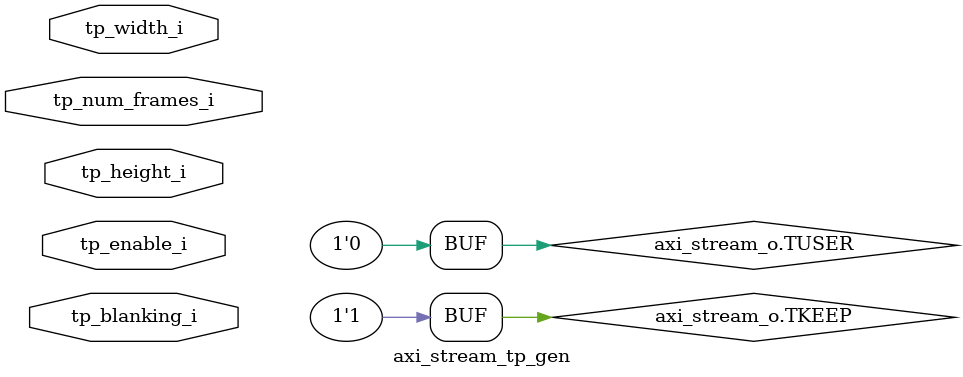
<source format=sv>
`timescale 1 ps / 1 ps

module axi_stream_tp_gen
  (
   axi4_stream_if.s axi_stream_o,

   input logic        tp_enable_i,
   input logic [10:0] tp_width_i,
   input logic [10:0] tp_height_i,
   input logic [6:0]  tp_num_frames_i,
   input logic [23:0] tp_blanking_i
   );

   logic              clk, rstn;

   assign clk  = axi_stream_o.ACLK;
   assign rstn = axi_stream_o.ARESETn;

   // Registers of configuration (updated only when started)
   logic [2:0]        enable_r;
   logic [10:0]       width_r, height_r;
   logic [6:0]        num_frames_r;
   logic [23:0]       blanking_r;

   logic              gen_start;

   // Register input configuration & start/stop request detection
   assign gen_start = !enable_r[2] && enable_r[1];

   always_ff @(posedge clk)
     if (!rstn)
       begin
          // '0 operation is available in SystemVerilog yeee :)
          enable_r      <= '0;
          width_r       <= '0;
          height_r      <= '0;
          num_frames_r  <= '0;
          blanking_r    <= '0;
       end
     else
       begin
          enable_r    <= {enable_r[1:0], tp_enable_i};

          // Register new configuration only when new generation of data is
          // requested
          if(gen_start)
            begin
               width_r         <= tp_width_i;
               height_r        <= tp_height_i;
               num_frames_r    <= tp_num_frames_i;
               blanking_r      <= tp_blanking_i;

            end
       end // else: !if(rstn)

   // counters
   logic [7:0]  frame_cnt;
   logic [23:0] pixel_cnt; // pixels in line
   logic [10:0] line_cnt;
   logic        inc_frame_cnt, rst_frame_cnt;
   logic        inc_pixel_cnt, rst_pixel_cnt;
   logic        inc_line_cnt, rst_line_cnt;
   logic        data_valid_out;

   always_ff @(posedge clk)
     if(!rstn)
       begin
          frame_cnt   <= '0;
          pixel_cnt   <= '0;
          line_cnt    <= '0;
       end
     else
       begin
          if(rst_frame_cnt)
            frame_cnt <= '0;
          else if(inc_frame_cnt)
            frame_cnt   <= frame_cnt + 1;

          if(rst_pixel_cnt)
            pixel_cnt   <= '0;
          else if(inc_pixel_cnt)
            pixel_cnt <= pixel_cnt + 1;

          if(rst_line_cnt)
            line_cnt <= '0;
          else if(inc_line_cnt)
            line_cnt <= line_cnt + 1;
       end // else: !if(!rstn)

      // state machine signals
   enum logic [2:0]
        {
         FSM_IDLE     = 3'b000,
         FSM_BLANKING = 3'b001,
         FSM_VDATA    = 3'b011
         } state, nstate;

   always_ff @(posedge clk)
     if(!rstn)
       begin
          state <= FSM_IDLE;
       end
     else
       begin
          state <= nstate;
       end

   assign axi_stream_o.TDATA = (data_valid_out == 1'b1) ? { line_cnt[3:0], pixel_cnt[3:0] } : 'x;

   always_comb
     begin
        nstate = state;

        axi_stream_o.TVALID = 1'b0;
        axi_stream_o.TUSER  =   '0;
        axi_stream_o.TLAST  = 1'b0;
        axi_stream_o.TKEEP  =   '1;

        inc_frame_cnt  = 1'b0;
        rst_pixel_cnt  = 1'b0;
        inc_pixel_cnt  = 1'b0;
        rst_line_cnt   = 1'b0;
        inc_line_cnt   = 1'b0;
        data_valid_out = 1'b0;
        rst_frame_cnt  = 1'b0;

        case(state)
          FSM_IDLE:
            begin
               rst_frame_cnt = 1'b1;
               if(gen_start)
                 begin
                    nstate = FSM_VDATA;
                 end
            end
          FSM_BLANKING:
            begin
               // wait one line here before continue with another
               // frame (this should be programmable)
               inc_pixel_cnt = 1'b1;

               if((enable_r[0] == 1'b0) ||
                  ((frame_cnt >= num_frames_r) && (num_frames_r > 0)))
                 begin
                    nstate = FSM_IDLE;
                 end

               if(pixel_cnt >= blanking_r)
                 begin
                    rst_pixel_cnt = 1'b1;
                    nstate = FSM_VDATA;
                 end
            end
          FSM_VDATA:
            begin
               data_valid_out = 1'b1;
               if(axi_stream_o.TREADY)
                 begin
                    axi_stream_o.TVALID = 1'b1;
                    inc_pixel_cnt = 1'b1;

                    if((pixel_cnt == 0) && (line_cnt == 0))
                      axi_stream_o.TUSER[0] = 1'b1;

                    if(pixel_cnt == (width_r-1))
                      begin
                         axi_stream_o.TLAST = 1'b1;
                         inc_line_cnt = 1'b1;
                         rst_pixel_cnt = 1'b1;
                      end

                    if((pixel_cnt == (width_r-1)) && (line_cnt == (height_r-1)))
                      begin
                         inc_frame_cnt = 1'b1;
                         rst_line_cnt  = 1'b1;
                         rst_pixel_cnt = 1'b1;
                         nstate = FSM_BLANKING;
                      end
                 end
            end
        endcase; // case (state)
     end // always_comb

endmodule: axi_stream_tp_gen

</source>
